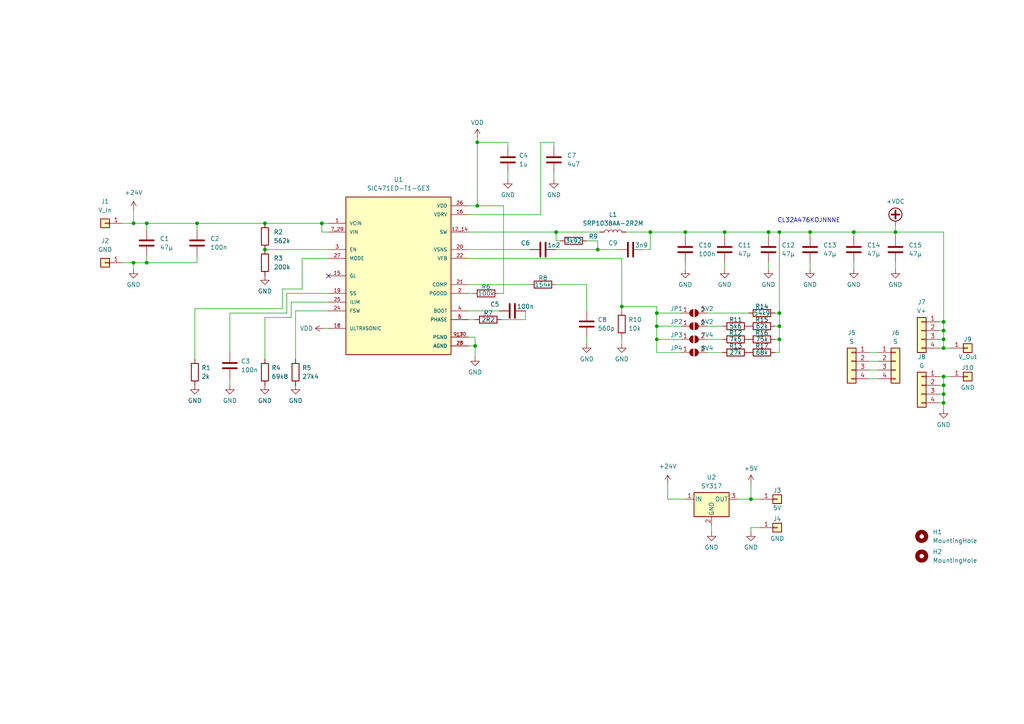
<source format=kicad_sch>
(kicad_sch (version 20230121) (generator eeschema)
  (paper "A4")
  (lib_symbols
    (symbol "Connector_Generic:Conn_01x01" (pin_names (offset 1.016) hide)
      (property "Reference" "J" (at 0 2.54 0))
      (property "Value" "Conn_01x01" (at 0 -2.54 0))
      (symbol "Conn_01x01_1_1"
        (rectangle (start -1.27 0.127) (end 0 -0.127) (stroke (width 0.1524)))
        (rectangle (start -1.27 1.27) (end 1.27 -1.27) (stroke (width 0.254)) (fill (type background)))
        (pin passive line (at -5.08 0 0) (length 3.81) (name "Pin_1") (number "1"))
      )
    )
    (symbol "Connector_Generic:Conn_01x04" (pin_names (offset 1.016) hide)
      (property "Reference" "J" (at 0 5.08 0))
      (property "Value" "Conn_01x04" (at 0 -7.62 0))
      (symbol "Conn_01x04_1_1"
        (rectangle (start -1.27 -4.953) (end 0 -5.207) (stroke (width 0.1524)))
        (rectangle (start -1.27 -2.413) (end 0 -2.667) (stroke (width 0.1524)))
        (rectangle (start -1.27 0.127) (end 0 -0.127) (stroke (width 0.1524)))
        (rectangle (start -1.27 2.667) (end 0 2.413) (stroke (width 0.1524)))
        (rectangle (start -1.27 3.81) (end 1.27 -6.35) (stroke (width 0.254)) (fill (type background)))
        (pin passive line (at -5.08 2.54 0) (length 3.81) (name "Pin_1") (number "1"))
        (pin passive line (at -5.08 0 0) (length 3.81) (name "Pin_2") (number "2"))
        (pin passive line (at -5.08 -2.54 0) (length 3.81) (name "Pin_3") (number "3"))
        (pin passive line (at -5.08 -5.08 0) (length 3.81) (name "Pin_4") (number "4"))
      )
    )
    (symbol "Device:C" (pin_numbers hide) (pin_names (offset 0.254))
      (property "Reference" "C" (at 0.635 2.54 0))
      (property "Value" "C" (at 0.635 -2.54 0))
      (symbol "C_0_1"
        (polyline (pts (xy -2.032 -0.762) (xy 2.032 -0.762)) (stroke (width 0.508)))
        (polyline (pts (xy -2.032 0.762) (xy 2.032 0.762)) (stroke (width 0.508)))
      )
      (symbol "C_1_1"
        (pin passive line (at 0 3.81 270) (length 2.794) (name "~") (number "1"))
        (pin passive line (at 0 -3.81 90) (length 2.794) (name "~") (number "2"))
      )
    )
    (symbol "Device:L" (pin_numbers hide) (pin_names (offset 1.016) hide)
      (property "Reference" "L" (at -1.27 0 90))
      (property "Value" "L" (at 1.905 0 90))
      (symbol "L_0_1"
        (arc (start 0 -2.54) (mid 0.6323 -1.905) (end 0 -1.27))
        (arc (start 0 -1.27) (mid 0.6323 -0.635) (end 0 0))
        (arc (start 0 0) (mid 0.6323 0.635) (end 0 1.27))
        (arc (start 0 1.27) (mid 0.6323 1.905) (end 0 2.54))
      )
      (symbol "L_1_1"
        (pin passive line (at 0 3.81 270) (length 1.27) (name "1") (number "1"))
        (pin passive line (at 0 -3.81 90) (length 1.27) (name "2") (number "2"))
      )
    )
    (symbol "Device:R" (pin_numbers hide) (pin_names (offset 0))
      (property "Reference" "R" (at 2.032 0 90))
      (property "Value" "R" (at 0 0 90))
      (symbol "R_0_1"
        (rectangle (start -1.016 -2.54) (end 1.016 2.54) (stroke (width 0.254)))
      )
      (symbol "R_1_1"
        (pin passive line (at 0 3.81 270) (length 1.27) (name "~") (number "1"))
        (pin passive line (at 0 -3.81 90) (length 1.27) (name "~") (number "2"))
      )
    )
    (symbol "Eigene:SIC471ED-T1-GE3" (pin_names (offset 1.016))
      (property "Reference" "U" (at -15.24 22.86 0))
      (property "Value" "SIC471ED-T1-GE3" (at -15.24 -25.4 0))
      (symbol "SIC471ED-T1-GE3_0_0"
        (rectangle (start -15.24 -22.86) (end 15.24 22.86) (stroke (width 0.254)) (fill (type background)))
        (pin input line (at -20.32 15.24 0) (length 5.08) (name "VCIN") (number "1"))
        (pin output line (at 20.32 12.7 180) (length 5.08) (name "SW") (number "12_14"))
        (pin input line (at -20.32 0 0) (length 5.08) (name "GL") (number "15"))
        (pin power_in line (at 20.32 17.78 180) (length 5.08) (name "VDRV") (number "16"))
        (pin passive line (at 20.32 -17.78 180) (length 5.08) (name "PGND") (number "17"))
        (pin input line (at -20.32 -15.24 0) (length 5.08) (name "ULTRASONIC") (number "18"))
        (pin input line (at -20.32 -5.08 0) (length 5.08) (name "SS") (number "19"))
        (pin output line (at 20.32 -5.08 180) (length 5.08) (name "PGOOD") (number "2"))
        (pin input line (at 20.32 7.62 180) (length 5.08) (name "VSNS") (number "20"))
        (pin output line (at 20.32 -2.54 180) (length 5.08) (name "COMP") (number "21"))
        (pin input line (at 20.32 5.08 180) (length 5.08) (name "VFB") (number "22"))
        (pin passive line (at 20.32 -20.32 180) (length 5.08) (name "AGND") (number "23"))
        (pin input line (at -20.32 -10.16 0) (length 5.08) (name "FSW") (number "24"))
        (pin input line (at -20.32 -7.62 0) (length 5.08) (name "ILIM") (number "25"))
        (pin power_in line (at 20.32 20.32 180) (length 5.08) (name "VDD") (number "26"))
        (pin input line (at -20.32 5.08 0) (length 5.08) (name "MODE") (number "27"))
        (pin passive line (at 20.32 -20.32 180) (length 5.08) (name "AGND") (number "28"))
        (pin input line (at -20.32 7.62 0) (length 5.08) (name "EN") (number "3"))
        (pin passive line (at 20.32 -10.16 180) (length 5.08) (name "BOOT") (number "4"))
        (pin passive line (at 20.32 -12.7 180) (length 5.08) (name "PHASE") (number "5"))
        (pin passive line (at 20.32 -12.7 180) (length 5.08) (name "PHASE") (number "6"))
        (pin input line (at -20.32 12.7 0) (length 5.08) (name "VIN") (number "7_29"))
        (pin passive line (at 20.32 -17.78 180) (length 5.08) (name "PGND") (number "9_30"))
      )
    )
    (symbol "Jumper:SolderJumper_2_Open" (pin_names (offset 0) hide)
      (property "Reference" "JP" (at 0 2.032 0))
      (property "Value" "SolderJumper_2_Open" (at 0 -2.54 0))
      (symbol "SolderJumper_2_Open_0_1"
        (arc (start -0.254 1.016) (mid -1.2656 0) (end -0.254 -1.016))
        (arc (start -0.254 1.016) (mid -1.2656 0) (end -0.254 -1.016) (fill (type outline)))
        (polyline (pts (xy -0.254 1.016) (xy -0.254 -1.016)))
        (polyline (pts (xy 0.254 1.016) (xy 0.254 -1.016)))
        (arc (start 0.254 -1.016) (mid 1.2656 0) (end 0.254 1.016))
        (arc (start 0.254 -1.016) (mid 1.2656 0) (end 0.254 1.016) (fill (type outline)))
      )
      (symbol "SolderJumper_2_Open_1_1"
        (pin passive line (at -3.81 0 0) (length 2.54) (name "A") (number "1"))
        (pin passive line (at 3.81 0 180) (length 2.54) (name "B") (number "2"))
      )
    )
    (symbol "Mechanical:MountingHole" (pin_names (offset 1.016))
      (property "Reference" "H" (at 0 5.08 0))
      (property "Value" "MountingHole" (at 0 3.175 0))
      (symbol "MountingHole_0_1"
        (circle (center 0 0) (radius 1.27) (stroke (width 1.27)))
      )
    )
    (symbol "Regulator_Linear:L7805" (pin_names (offset 0.254))
      (property "Reference" "U" (at -3.81 3.175 0))
      (property "Value" "L7805" (at 0 3.175 0))
      (symbol "L7805_0_1"
        (rectangle (start -5.08 1.905) (end 5.08 -5.08) (stroke (width 0.254)) (fill (type background)))
      )
      (symbol "L7805_1_1"
        (pin power_in line (at -7.62 0 0) (length 2.54) (name "IN") (number "1"))
        (pin power_in line (at 0 -7.62 90) (length 2.54) (name "GND") (number "2"))
        (pin power_out line (at 7.62 0 180) (length 2.54) (name "OUT") (number "3"))
      )
    )
    (symbol "power:+24V" (power) (pin_names (offset 0))
      (property "Value" "+24V" (at 0 3.556 0))
      (symbol "+24V_0_1"
        (polyline (pts (xy -0.762 1.27) (xy 0 2.54)))
        (polyline (pts (xy 0 0) (xy 0 2.54)))
        (polyline (pts (xy 0 2.54) (xy 0.762 1.27)))
      )
      (symbol "+24V_1_1"
        (pin power_in line (at 0 0 90) (length 0) hide (name "+24V") (number "1"))
      )
    )
    (symbol "power:+5V" (power) (pin_names (offset 0))
      (property "Value" "+5V" (at 0 3.556 0))
      (symbol "+5V_0_1"
        (polyline (pts (xy -0.762 1.27) (xy 0 2.54)))
        (polyline (pts (xy 0 0) (xy 0 2.54)))
        (polyline (pts (xy 0 2.54) (xy 0.762 1.27)))
      )
      (symbol "+5V_1_1"
        (pin power_in line (at 0 0 90) (length 0) hide (name "+5V") (number "1"))
      )
    )
    (symbol "power:+VDC" (power) (pin_names (offset 0))
      (property "Value" "+VDC" (at 0 6.35 0))
      (symbol "+VDC_0_1"
        (polyline (pts (xy -1.143 3.175) (xy 1.143 3.175)) (stroke (width 0.508)))
        (polyline (pts (xy 0 0) (xy 0 1.27)))
        (polyline (pts (xy 0 2.032) (xy 0 4.318)) (stroke (width 0.508)))
        (circle (center 0 3.175) (radius 1.905) (stroke (width 0.254)))
      )
      (symbol "+VDC_1_1"
        (pin power_in line (at 0 0 90) (length 0) hide (name "+VDC") (number "1"))
      )
    )
    (symbol "power:GND" (power) (pin_names (offset 0))
      (property "Value" "GND" (at 0 -3.81 0))
      (symbol "GND_0_1"
        (polyline (pts (xy 0 0) (xy 0 -1.27) (xy 1.27 -1.27) (xy 0 -2.54) (xy -1.27 -1.27) (xy 0 -1.27)))
      )
      (symbol "GND_1_1"
        (pin power_in line (at 0 0 270) (length 0) hide (name "GND") (number "1"))
      )
    )
    (symbol "power:VDD" (power) (pin_names (offset 0))
      (property "Value" "VDD" (at 0 3.81 0))
      (symbol "VDD_0_1"
        (polyline (pts (xy -0.762 1.27) (xy 0 2.54)))
        (polyline (pts (xy 0 0) (xy 0 2.54)))
        (polyline (pts (xy 0 2.54) (xy 0.762 1.27)))
      )
      (symbol "VDD_1_1"
        (pin power_in line (at 0 0 90) (length 0) hide (name "VDD") (number "1"))
      )
    )
  )
  (junction (at 38.735 76.2))
  (junction (at 226.06 94.615))
  (junction (at 273.685 114.3))
  (junction (at 259.715 67.31))
  (junction (at 42.545 64.77))
  (junction (at 38.735 64.77))
  (junction (at 180.34 88.9))
  (junction (at 190.5 90.805))
  (junction (at 210.185 67.31))
  (junction (at 217.805 144.78))
  (junction (at 273.685 109.22))
  (junction (at 222.885 67.31))
  (junction (at 226.06 90.805))
  (junction (at 226.06 67.31))
  (junction (at 273.685 111.76))
  (junction (at 190.5 98.425))
  (junction (at 234.95 67.31))
  (junction (at 198.755 67.31))
  (junction (at 188.595 67.31))
  (junction (at 247.65 67.31))
  (junction (at 273.685 98.425))
  (junction (at 76.835 64.77))
  (junction (at 273.685 100.965))
  (junction (at 76.835 72.39))
  (junction (at 226.06 98.425))
  (junction (at 57.15 64.77))
  (junction (at 138.43 59.69))
  (junction (at 273.685 93.345))
  (junction (at 190.5 94.615))
  (junction (at 173.355 72.39))
  (junction (at 138.43 41.275))
  (junction (at 93.345 64.77))
  (junction (at 273.685 116.84))
  (junction (at 137.795 100.33))
  (junction (at 42.545 76.2))
  (junction (at 273.685 95.885))
  (junction (at 161.29 67.31))
  (no_connect (at 95.25 80.01))
  (wire (pts (xy 146.05 59.69) (xy 138.43 59.69)))
  (wire (pts (xy 190.5 90.805) (xy 190.5 88.9)))
  (wire (pts (xy 162.56 69.85) (xy 161.29 69.85)))
  (wire (pts (xy 190.5 98.425) (xy 190.5 94.615)))
  (wire (pts (xy 198.755 67.31) (xy 198.755 68.58)))
  (wire (pts (xy 135.89 67.31) (xy 161.29 67.31)))
  (wire (pts (xy 66.675 90.805) (xy 66.675 102.235)))
  (wire (pts (xy 259.715 67.31) (xy 273.685 67.31)))
  (wire (pts (xy 205.105 98.425) (xy 209.55 98.425)))
  (wire (pts (xy 198.755 78.105) (xy 198.755 76.2)))
  (wire (pts (xy 193.675 144.78) (xy 198.755 144.78)))
  (wire (pts (xy 161.29 67.31) (xy 173.99 67.31)))
  (wire (pts (xy 272.415 100.965) (xy 273.685 100.965)))
  (wire (pts (xy 38.735 78.105) (xy 38.735 76.2)))
  (wire (pts (xy 272.415 116.84) (xy 273.685 116.84)))
  (wire (pts (xy 156.845 41.275) (xy 160.655 41.275)))
  (wire (pts (xy 160.655 41.275) (xy 160.655 42.545)))
  (wire (pts (xy 197.485 102.235) (xy 190.5 102.235)))
  (wire (pts (xy 226.06 98.425) (xy 226.06 102.235)))
  (wire (pts (xy 190.5 94.615) (xy 197.485 94.615)))
  (wire (pts (xy 226.06 67.31) (xy 226.06 90.805)))
  (wire (pts (xy 135.89 62.23) (xy 156.845 62.23)))
  (wire (pts (xy 259.715 67.31) (xy 259.715 68.58)))
  (wire (pts (xy 84.455 87.63) (xy 95.25 87.63)))
  (wire (pts (xy 234.95 78.105) (xy 234.95 76.2)))
  (wire (pts (xy 234.95 67.31) (xy 247.65 67.31)))
  (wire (pts (xy 170.18 99.695) (xy 170.18 97.79)))
  (wire (pts (xy 222.885 67.31) (xy 222.885 68.58)))
  (wire (pts (xy 259.715 78.105) (xy 259.715 76.2)))
  (wire (pts (xy 226.06 67.31) (xy 234.95 67.31)))
  (wire (pts (xy 95.25 74.93) (xy 87.63 74.93)))
  (wire (pts (xy 93.345 64.77) (xy 95.25 64.77)))
  (wire (pts (xy 273.685 93.345) (xy 273.685 95.885)))
  (wire (pts (xy 57.15 64.77) (xy 76.835 64.77)))
  (wire (pts (xy 252.095 107.315) (xy 254.635 107.315)))
  (wire (pts (xy 170.18 69.85) (xy 173.355 69.85)))
  (wire (pts (xy 173.355 72.39) (xy 179.07 72.39)))
  (wire (pts (xy 76.835 72.39) (xy 95.25 72.39)))
  (wire (pts (xy 190.5 102.235) (xy 190.5 98.425)))
  (wire (pts (xy 273.685 114.3) (xy 273.685 111.76)))
  (wire (pts (xy 190.5 88.9) (xy 180.34 88.9)))
  (wire (pts (xy 147.32 52.07) (xy 147.32 50.165)))
  (wire (pts (xy 190.5 90.805) (xy 197.485 90.805)))
  (wire (pts (xy 146.05 85.09) (xy 146.05 59.69)))
  (wire (pts (xy 226.06 102.235) (xy 224.79 102.235)))
  (wire (pts (xy 210.185 78.105) (xy 210.185 76.2)))
  (wire (pts (xy 76.835 92.075) (xy 76.835 104.14)))
  (wire (pts (xy 66.675 111.76) (xy 66.675 109.855)))
  (wire (pts (xy 138.43 59.69) (xy 138.43 41.275)))
  (wire (pts (xy 42.545 64.77) (xy 57.15 64.77)))
  (wire (pts (xy 190.5 94.615) (xy 190.5 90.805)))
  (wire (pts (xy 84.455 92.075) (xy 84.455 87.63)))
  (wire (pts (xy 156.845 62.23) (xy 156.845 41.275)))
  (wire (pts (xy 210.185 67.31) (xy 210.185 68.58)))
  (wire (pts (xy 247.65 67.31) (xy 247.65 68.58)))
  (wire (pts (xy 93.98 95.25) (xy 95.25 95.25)))
  (wire (pts (xy 210.185 67.31) (xy 222.885 67.31)))
  (wire (pts (xy 84.455 92.075) (xy 76.835 92.075)))
  (wire (pts (xy 138.43 41.275) (xy 147.32 41.275)))
  (wire (pts (xy 224.79 90.805) (xy 226.06 90.805)))
  (wire (pts (xy 188.595 72.39) (xy 188.595 67.31)))
  (wire (pts (xy 81.915 83.82) (xy 81.915 89.535)))
  (wire (pts (xy 144.78 85.09) (xy 146.05 85.09)))
  (wire (pts (xy 272.415 98.425) (xy 273.685 98.425)))
  (wire (pts (xy 252.095 109.855) (xy 254.635 109.855)))
  (wire (pts (xy 222.885 78.105) (xy 222.885 76.2)))
  (wire (pts (xy 226.06 94.615) (xy 226.06 98.425)))
  (wire (pts (xy 273.685 100.965) (xy 275.59 100.965)))
  (wire (pts (xy 56.515 89.535) (xy 56.515 104.14)))
  (wire (pts (xy 81.915 89.535) (xy 56.515 89.535)))
  (wire (pts (xy 205.105 90.805) (xy 217.17 90.805)))
  (wire (pts (xy 76.835 64.77) (xy 93.345 64.77)))
  (wire (pts (xy 170.18 90.17) (xy 170.18 82.55)))
  (wire (pts (xy 193.675 140.335) (xy 193.675 144.78)))
  (wire (pts (xy 217.805 153.035) (xy 217.805 154.305)))
  (wire (pts (xy 234.95 67.31) (xy 234.95 68.58)))
  (wire (pts (xy 138.43 40.005) (xy 138.43 41.275)))
  (wire (pts (xy 57.15 66.675) (xy 57.15 64.77)))
  (wire (pts (xy 35.56 64.77) (xy 38.735 64.77)))
  (wire (pts (xy 38.735 76.2) (xy 35.56 76.2)))
  (wire (pts (xy 220.345 153.035) (xy 217.805 153.035)))
  (wire (pts (xy 42.545 76.2) (xy 57.15 76.2)))
  (wire (pts (xy 273.685 109.22) (xy 272.415 109.22)))
  (wire (pts (xy 180.34 88.9) (xy 180.34 90.17)))
  (wire (pts (xy 87.63 83.82) (xy 81.915 83.82)))
  (wire (pts (xy 137.795 97.79) (xy 137.795 100.33)))
  (wire (pts (xy 247.65 78.105) (xy 247.65 76.2)))
  (wire (pts (xy 259.715 65.405) (xy 259.715 67.31)))
  (wire (pts (xy 152.4 92.71) (xy 152.4 90.17)))
  (wire (pts (xy 145.415 92.71) (xy 152.4 92.71)))
  (wire (pts (xy 205.105 94.615) (xy 209.55 94.615)))
  (wire (pts (xy 57.15 74.295) (xy 57.15 76.2)))
  (wire (pts (xy 95.25 85.09) (xy 83.185 85.09)))
  (wire (pts (xy 217.805 144.78) (xy 220.345 144.78)))
  (wire (pts (xy 135.89 59.69) (xy 138.43 59.69)))
  (wire (pts (xy 95.25 67.31) (xy 93.345 67.31)))
  (wire (pts (xy 161.29 69.85) (xy 161.29 67.31)))
  (wire (pts (xy 170.18 82.55) (xy 161.29 82.55)))
  (wire (pts (xy 273.685 67.31) (xy 273.685 93.345)))
  (wire (pts (xy 180.34 99.695) (xy 180.34 97.79)))
  (wire (pts (xy 198.755 67.31) (xy 210.185 67.31)))
  (wire (pts (xy 93.345 67.31) (xy 93.345 64.77)))
  (wire (pts (xy 173.355 72.39) (xy 161.29 72.39)))
  (wire (pts (xy 135.89 72.39) (xy 153.67 72.39)))
  (wire (pts (xy 42.545 74.295) (xy 42.545 76.2)))
  (wire (pts (xy 273.685 93.345) (xy 272.415 93.345)))
  (wire (pts (xy 85.725 104.14) (xy 85.725 90.17)))
  (wire (pts (xy 181.61 67.31) (xy 188.595 67.31)))
  (wire (pts (xy 273.685 100.965) (xy 273.685 98.425)))
  (wire (pts (xy 272.415 111.76) (xy 273.685 111.76)))
  (wire (pts (xy 273.685 118.745) (xy 273.685 116.84)))
  (wire (pts (xy 38.735 76.2) (xy 42.545 76.2)))
  (wire (pts (xy 42.545 64.77) (xy 38.735 64.77)))
  (wire (pts (xy 135.89 74.93) (xy 180.34 74.93)))
  (wire (pts (xy 42.545 64.77) (xy 42.545 66.675)))
  (wire (pts (xy 205.105 102.235) (xy 209.55 102.235)))
  (wire (pts (xy 273.685 111.76) (xy 273.685 109.22)))
  (wire (pts (xy 190.5 98.425) (xy 197.485 98.425)))
  (wire (pts (xy 173.355 69.85) (xy 173.355 72.39)))
  (wire (pts (xy 153.67 82.55) (xy 135.89 82.55)))
  (wire (pts (xy 272.415 114.3) (xy 273.685 114.3)))
  (wire (pts (xy 160.655 52.07) (xy 160.655 50.165)))
  (wire (pts (xy 137.795 97.79) (xy 135.89 97.79)))
  (wire (pts (xy 273.685 95.885) (xy 273.685 98.425)))
  (wire (pts (xy 135.89 100.33) (xy 137.795 100.33)))
  (wire (pts (xy 83.185 90.805) (xy 66.675 90.805)))
  (wire (pts (xy 83.185 85.09) (xy 83.185 90.805)))
  (wire (pts (xy 135.89 85.09) (xy 137.16 85.09)))
  (wire (pts (xy 224.79 98.425) (xy 226.06 98.425)))
  (wire (pts (xy 224.79 94.615) (xy 226.06 94.615)))
  (wire (pts (xy 85.725 90.17) (xy 95.25 90.17)))
  (wire (pts (xy 226.06 90.805) (xy 226.06 94.615)))
  (wire (pts (xy 217.805 140.335) (xy 217.805 144.78)))
  (wire (pts (xy 206.375 152.4) (xy 206.375 154.305)))
  (wire (pts (xy 135.89 92.71) (xy 137.795 92.71)))
  (wire (pts (xy 273.685 116.84) (xy 273.685 114.3)))
  (wire (pts (xy 147.32 41.275) (xy 147.32 42.545)))
  (wire (pts (xy 252.095 104.775) (xy 254.635 104.775)))
  (wire (pts (xy 137.795 100.33) (xy 137.795 103.505)))
  (wire (pts (xy 87.63 74.93) (xy 87.63 83.82)))
  (wire (pts (xy 273.685 109.22) (xy 275.59 109.22)))
  (wire (pts (xy 272.415 95.885) (xy 273.685 95.885)))
  (wire (pts (xy 38.735 60.96) (xy 38.735 64.77)))
  (wire (pts (xy 222.885 67.31) (xy 226.06 67.31)))
  (wire (pts (xy 135.89 90.17) (xy 144.78 90.17)))
  (wire (pts (xy 180.34 74.93) (xy 180.34 88.9)))
  (wire (pts (xy 188.595 67.31) (xy 198.755 67.31)))
  (wire (pts (xy 247.65 67.31) (xy 259.715 67.31)))
  (wire (pts (xy 252.095 102.235) (xy 254.635 102.235)))
  (wire (pts (xy 213.995 144.78) (xy 217.805 144.78)))
  (wire (pts (xy 186.69 72.39) (xy 188.595 72.39)))
  (text "CL32A476KOJNNNE" (at 225.425 64.77 0) (effects (font (size 1.27 1.27)) (justify left bottom)))
  (symbol (lib_id "Device:R") (at 220.98 90.805 90) (unit 1)
    (property "Reference" "R14" (at 220.98 88.9 90))
    (property "Value" "54k9" (at 220.98 90.805 90))
    (property "Footprint" "Resistor_SMD:R_0603_1608Metric" (effects hide))
  )
  (symbol (lib_id "Device:R") (at 56.515 107.95 0) (unit 1)
    (property "Reference" "R1" (at 58.42 106.68 0) (effects (justify left)))
    (property "Value" "2k" (at 58.42 109.22 0) (effects (justify left)))
    (property "Footprint" "Resistor_SMD:R_0603_1608Metric" (effects hide))
  )
  (symbol (lib_id "power:GND") (at 38.735 78.105 0) (unit 1)
    (property "Reference" "#PWR02" (effects hide))
    (property "Value" "GND" (at 38.735 82.55 0))
  )
  (symbol (lib_id "power:GND") (at 222.885 78.105 0) (unit 1)
    (property "Reference" "#PWR021" (effects hide))
    (property "Value" "GND" (at 222.885 82.55 0))
  )
  (symbol (lib_id "Device:C") (at 247.65 72.39 0) (unit 1)
    (property "Reference" "C14" (at 251.46 71.12 0) (effects (justify left)))
    (property "Value" "47µ" (at 251.46 73.66 0) (effects (justify left)))
    (property "Footprint" "Capacitor_SMD:C_1210_3225Metric" (effects hide))
  )
  (symbol (lib_id "power:GND") (at 206.375 154.305 0) (unit 1)
    (property "Reference" "#PWR017" (effects hide))
    (property "Value" "GND" (at 206.375 158.75 0))
  )
  (symbol (lib_id "Connector_Generic:Conn_01x04") (at 247.015 104.775 0) (mirror y) (unit 1)
    (property "Reference" "J5" (at 247.015 96.52 0))
    (property "Value" "S" (at 247.015 99.06 0))
    (property "Footprint" "Connector_PinHeader_2.54mm:PinHeader_1x04_P2.54mm_Vertical" (effects hide))
  )
  (symbol (lib_id "Connector_Generic:Conn_01x01") (at 30.48 76.2 180) (unit 1)
    (property "Reference" "J2" (at 30.48 69.85 0))
    (property "Value" "GND" (at 30.48 72.39 0))
    (property "Footprint" "TestPoint:TestPoint_THTPad_4.0x4.0mm_Drill2.0mm" (effects hide))
  )
  (symbol (lib_id "Jumper:SolderJumper_2_Open") (at 201.295 98.425 0) (unit 1)
    (property "Reference" "JP3" (at 196.215 97.155 0))
    (property "Value" "7V4" (at 205.105 97.155 0))
    (property "Footprint" "Jumper:SolderJumper-2_P1.3mm_Open_TrianglePad1.0x1.5mm" (effects hide))
  )
  (symbol (lib_id "power:GND") (at 170.18 99.695 0) (unit 1)
    (property "Reference" "#PWR013" (effects hide))
    (property "Value" "GND" (at 170.18 104.14 0))
  )
  (symbol (lib_id "Jumper:SolderJumper_2_Open") (at 201.295 90.805 0) (unit 1)
    (property "Reference" "JP1" (at 196.215 89.535 0))
    (property "Value" "5V2" (at 205.105 89.535 0))
    (property "Footprint" "Jumper:SolderJumper-2_P1.3mm_Open_TrianglePad1.0x1.5mm" (effects hide))
  )
  (symbol (lib_id "Device:C") (at 182.88 72.39 90) (unit 1)
    (property "Reference" "C9" (at 177.8 70.485 90))
    (property "Value" "3n9" (at 186.055 71.12 90))
    (property "Footprint" "Capacitor_SMD:C_0603_1608Metric" (effects hide))
  )
  (symbol (lib_id "Device:R") (at 141.605 92.71 90) (unit 1)
    (property "Reference" "R7" (at 141.605 90.805 90))
    (property "Value" "2R2" (at 141.605 92.71 90))
    (property "Footprint" "Resistor_SMD:R_0603_1608Metric" (effects hide))
  )
  (symbol (lib_id "Device:R") (at 76.835 68.58 0) (unit 1)
    (property "Reference" "R2" (at 79.375 67.31 0) (effects (justify left)))
    (property "Value" "562k" (at 79.375 69.85 0) (effects (justify left)))
    (property "Footprint" "Resistor_SMD:R_0603_1608Metric" (effects hide))
  )
  (symbol (lib_id "power:VDD") (at 93.98 95.25 90) (unit 1)
    (property "Reference" "#PWR08" (effects hide))
    (property "Value" "VDD" (at 90.805 95.25 90) (effects (justify left)))
  )
  (symbol (lib_id "Device:C") (at 198.755 72.39 0) (unit 1)
    (property "Reference" "C10" (at 202.565 71.12 0) (effects (justify left)))
    (property "Value" "100n" (at 202.565 73.66 0) (effects (justify left)))
    (property "Footprint" "Capacitor_SMD:C_0603_1608Metric" (effects hide))
  )
  (symbol (lib_id "Device:C") (at 42.545 70.485 0) (unit 1)
    (property "Reference" "C1" (at 46.355 69.215 0) (effects (justify left)))
    (property "Value" "47µ" (at 46.355 71.755 0) (effects (justify left)))
    (property "Footprint" "Capacitor_SMD:C_1210_3225Metric" (effects hide))
  )
  (symbol (lib_id "power:GND") (at 66.675 111.76 0) (unit 1)
    (property "Reference" "#PWR04" (effects hide))
    (property "Value" "GND" (at 66.675 116.205 0))
  )
  (symbol (lib_id "power:GND") (at 273.685 118.745 0) (unit 1)
    (property "Reference" "#PWR026" (effects hide))
    (property "Value" "GND" (at 273.685 123.19 0))
  )
  (symbol (lib_id "Device:C") (at 222.885 72.39 0) (unit 1)
    (property "Reference" "C12" (at 226.695 71.12 0) (effects (justify left)))
    (property "Value" "47µ" (at 226.695 73.66 0) (effects (justify left)))
    (property "Footprint" "Capacitor_SMD:C_1210_3225Metric" (effects hide))
  )
  (symbol (lib_id "Device:R") (at 213.36 98.425 90) (unit 1)
    (property "Reference" "R12" (at 213.36 96.52 90))
    (property "Value" "7k5" (at 213.36 98.425 90))
    (property "Footprint" "Resistor_SMD:R_0603_1608Metric" (effects hide))
  )
  (symbol (lib_id "Regulator_Linear:L7805") (at 206.375 144.78 0) (unit 1)
    (property "Reference" "U2" (at 206.375 138.43 0))
    (property "Value" "SY317" (at 206.375 140.97 0))
    (property "Footprint" "Package_TO_SOT_THT:TO-220-3_Vertical" (effects hide))
    (property "Datasheet" "http://www.st.com/content/ccc/resource/technical/document/datasheet/41/4f/b3/b0/12/d4/47/88/CD00000444.pdf/files/CD00000444.pdf/jcr:content/translations/en.CD00000444.pdf" (effects hide))
  )
  (symbol (lib_id "Eigene:SIC471ED-T1-GE3") (at 115.57 80.01 0) (unit 1)
    (property "Reference" "U1" (at 115.57 52.07 0))
    (property "Value" "SIC471ED-T1-GE3" (at 115.57 54.61 0))
    (property "Footprint" "Eigene:VREG_SIC471ED-T1-GE3" (effects hide))
    (property "MF" "Vishay Siliconix" (effects hide))
    (property "Package" "PowerPAK®-55 Vishay Siliconix" (effects hide))
    (property "Price" "None" (effects hide))
    (property "Check_prices" "https://www.snapeda.com/parts/SIC471ED-T1-GE3/Vishay+Siliconix/view-part/?ref=eda" (effects hide))
    (property "STANDARD" "Manufacturer Recommendations" (effects hide))
    (property "PARTREV" "D" (effects hide))
    (property "SnapEDA_Link" "https://www.snapeda.com/parts/SIC471ED-T1-GE3/Vishay+Siliconix/view-part/?ref=snap" (effects hide))
    (property "MP" "SIC471ED-T1-GE3" (effects hide))
    (property "Purchase-URL" "https://www.snapeda.com/api/url_track_click_mouser/?unipart_id=3226310&manufacturer=Vishay Siliconix&part_name=SIC471ED-T1-GE3&search_term=sic471" (effects hide))
    (property "Description" "\nBuck Switching Regulator IC Positive Adjustable 0.8V 1 Output 12A PowerPAK® MLP55-27\n" (effects hide))
    (property "MANUFACTURER" "Vishay" (effects hide))
    (property "Availability" "In Stock" (effects hide))
    (property "SNAPEDA_PN" "SIC471ED-T1-GE3" (effects hide))
  )
  (symbol (lib_id "Connector_Generic:Conn_01x01") (at 280.67 109.22 0) (mirror x) (unit 1)
    (property "Reference" "J10" (at 280.67 106.68 0))
    (property "Value" "GND" (at 280.67 112.395 0))
    (property "Footprint" "TestPoint:TestPoint_THTPad_4.0x4.0mm_Drill2.0mm" (effects hide))
  )
  (symbol (lib_id "Connector_Generic:Conn_01x01") (at 225.425 144.78 0) (mirror x) (unit 1)
    (property "Reference" "J3" (at 225.425 142.24 0))
    (property "Value" "5V" (at 225.425 147.32 0))
    (property "Footprint" "TestPoint:TestPoint_THTPad_2.5x2.5mm_Drill1.2mm" (effects hide))
  )
  (symbol (lib_id "Device:R") (at 220.98 102.235 90) (unit 1)
    (property "Reference" "R17" (at 220.98 100.33 90))
    (property "Value" "68k" (at 220.98 102.235 90))
    (property "Footprint" "Resistor_SMD:R_0603_1608Metric" (effects hide))
  )
  (symbol (lib_id "Connector_Generic:Conn_01x04") (at 267.335 95.885 0) (mirror y) (unit 1)
    (property "Reference" "J7" (at 267.335 87.63 0))
    (property "Value" "V+" (at 267.335 90.17 0))
    (property "Footprint" "Connector_PinHeader_2.54mm:PinHeader_1x04_P2.54mm_Vertical" (effects hide))
  )
  (symbol (lib_id "power:GND") (at 76.835 111.76 0) (unit 1)
    (property "Reference" "#PWR06" (effects hide))
    (property "Value" "GND" (at 76.835 116.205 0))
  )
  (symbol (lib_id "power:GND") (at 180.34 99.695 0) (unit 1)
    (property "Reference" "#PWR014" (effects hide))
    (property "Value" "GND" (at 180.34 104.14 0))
  )
  (symbol (lib_id "power:+VDC") (at 259.715 65.405 0) (unit 1)
    (property "Reference" "#PWR024" (effects hide))
    (property "Value" "+VDC" (at 259.715 58.42 0))
  )
  (symbol (lib_id "Mechanical:MountingHole") (at 267.335 161.29 0) (unit 1)
    (property "Reference" "H2" (at 270.51 160.02 0) (effects (justify left)))
    (property "Value" "MountingHole" (at 270.51 162.56 0) (effects (justify left)))
    (property "Footprint" "MountingHole:MountingHole_3.2mm_M3_DIN965" (effects hide))
  )
  (symbol (lib_id "Connector_Generic:Conn_01x01") (at 30.48 64.77 180) (unit 1)
    (property "Reference" "J1" (at 30.48 58.42 0))
    (property "Value" "V_In" (at 30.48 60.96 0))
    (property "Footprint" "TestPoint:TestPoint_THTPad_4.0x4.0mm_Drill2.0mm" (effects hide))
  )
  (symbol (lib_id "power:GND") (at 217.805 154.305 0) (unit 1)
    (property "Reference" "#PWR020" (effects hide))
    (property "Value" "GND" (at 217.805 158.75 0))
  )
  (symbol (lib_id "Device:C") (at 234.95 72.39 0) (unit 1)
    (property "Reference" "C13" (at 238.76 71.12 0) (effects (justify left)))
    (property "Value" "47µ" (at 238.76 73.66 0) (effects (justify left)))
    (property "Footprint" "Capacitor_SMD:C_1210_3225Metric" (effects hide))
  )
  (symbol (lib_id "Device:R") (at 213.36 94.615 90) (unit 1)
    (property "Reference" "R11" (at 213.36 92.71 90))
    (property "Value" "5k6" (at 213.36 94.615 90))
    (property "Footprint" "Resistor_SMD:R_0603_1608Metric" (effects hide))
  )
  (symbol (lib_id "Device:C") (at 66.675 106.045 0) (unit 1)
    (property "Reference" "C3" (at 69.85 104.775 0) (effects (justify left)))
    (property "Value" "100n" (at 69.85 107.315 0) (effects (justify left)))
    (property "Footprint" "Capacitor_SMD:C_0603_1608Metric" (effects hide))
  )
  (symbol (lib_id "power:GND") (at 76.835 80.01 0) (unit 1)
    (property "Reference" "#PWR05" (effects hide))
    (property "Value" "GND" (at 76.835 84.455 0))
  )
  (symbol (lib_id "power:GND") (at 147.32 52.07 0) (unit 1)
    (property "Reference" "#PWR011" (effects hide))
    (property "Value" "GND" (at 147.32 56.515 0))
  )
  (symbol (lib_id "Connector_Generic:Conn_01x01") (at 280.67 100.965 0) (mirror x) (unit 1)
    (property "Reference" "J9" (at 280.67 98.425 0))
    (property "Value" "V_Out" (at 280.67 103.505 0))
    (property "Footprint" "TestPoint:TestPoint_THTPad_4.0x4.0mm_Drill2.0mm" (effects hide))
  )
  (symbol (lib_id "Connector_Generic:Conn_01x04") (at 259.715 104.775 0) (unit 1)
    (property "Reference" "J6" (at 259.715 96.52 0))
    (property "Value" "S" (at 259.715 99.06 0))
    (property "Footprint" "Connector_PinHeader_2.54mm:PinHeader_1x04_P2.54mm_Vertical" (effects hide))
  )
  (symbol (lib_id "power:GND") (at 210.185 78.105 0) (unit 1)
    (property "Reference" "#PWR018" (effects hide))
    (property "Value" "GND" (at 210.185 82.55 0))
  )
  (symbol (lib_id "Jumper:SolderJumper_2_Open") (at 201.295 94.615 0) (unit 1)
    (property "Reference" "JP2" (at 196.215 93.345 0))
    (property "Value" "6V2" (at 205.105 93.345 0))
    (property "Footprint" "Jumper:SolderJumper-2_P1.3mm_Open_TrianglePad1.0x1.5mm" (effects hide))
  )
  (symbol (lib_id "Device:C") (at 157.48 72.39 90) (unit 1)
    (property "Reference" "C6" (at 152.4 70.485 90))
    (property "Value" "1n2" (at 160.655 71.12 90))
    (property "Footprint" "Capacitor_SMD:C_0603_1608Metric" (effects hide))
  )
  (symbol (lib_id "power:+24V") (at 38.735 60.96 0) (unit 1)
    (property "Reference" "#PWR01" (effects hide))
    (property "Value" "+24V" (at 38.735 55.88 0))
  )
  (symbol (lib_id "Mechanical:MountingHole") (at 267.335 155.575 0) (unit 1)
    (property "Reference" "H1" (at 270.51 154.305 0) (effects (justify left)))
    (property "Value" "MountingHole" (at 270.51 156.845 0) (effects (justify left)))
    (property "Footprint" "MountingHole:MountingHole_3.2mm_M3_DIN965" (effects hide))
  )
  (symbol (lib_id "power:GND") (at 259.715 78.105 0) (unit 1)
    (property "Reference" "#PWR025" (effects hide))
    (property "Value" "GND" (at 259.715 82.55 0))
  )
  (symbol (lib_id "power:GND") (at 137.795 103.505 0) (unit 1)
    (property "Reference" "#PWR09" (effects hide))
    (property "Value" "GND" (at 137.795 107.95 0))
  )
  (symbol (lib_id "Device:C") (at 57.15 70.485 0) (unit 1)
    (property "Reference" "C2" (at 60.96 69.215 0) (effects (justify left)))
    (property "Value" "100n" (at 60.96 71.755 0) (effects (justify left)))
    (property "Footprint" "Capacitor_SMD:C_0603_1608Metric" (effects hide))
  )
  (symbol (lib_id "power:+5V") (at 217.805 140.335 0) (unit 1)
    (property "Reference" "#PWR019" (effects hide))
    (property "Value" "+5V" (at 217.805 135.89 0))
  )
  (symbol (lib_id "Device:R") (at 166.37 69.85 90) (unit 1)
    (property "Reference" "R9" (at 172.085 68.58 90))
    (property "Value" "3k92" (at 166.37 69.85 90))
    (property "Footprint" "Resistor_SMD:R_0603_1608Metric" (effects hide))
  )
  (symbol (lib_id "power:GND") (at 160.655 52.07 0) (unit 1)
    (property "Reference" "#PWR012" (effects hide))
    (property "Value" "GND" (at 160.655 56.515 0))
  )
  (symbol (lib_id "power:+24V") (at 193.675 140.335 0) (unit 1)
    (property "Reference" "#PWR015" (effects hide))
    (property "Value" "+24V" (at 193.675 135.255 0))
  )
  (symbol (lib_id "Device:R") (at 76.835 107.95 0) (unit 1)
    (property "Reference" "R4" (at 78.74 106.68 0) (effects (justify left)))
    (property "Value" "69k8" (at 78.74 109.22 0) (effects (justify left)))
    (property "Footprint" "Resistor_SMD:R_0603_1608Metric" (effects hide))
  )
  (symbol (lib_id "Device:C") (at 148.59 90.17 90) (unit 1)
    (property "Reference" "C5" (at 143.51 88.265 90))
    (property "Value" "100n" (at 152.4 88.9 90))
    (property "Footprint" "Capacitor_SMD:C_0603_1608Metric" (effects hide))
  )
  (symbol (lib_id "power:GND") (at 56.515 111.76 0) (unit 1)
    (property "Reference" "#PWR03" (effects hide))
    (property "Value" "GND" (at 56.515 116.205 0))
  )
  (symbol (lib_id "Device:R") (at 213.36 102.235 90) (unit 1)
    (property "Reference" "R13" (at 213.36 100.33 90))
    (property "Value" "27k" (at 213.36 102.235 90))
    (property "Footprint" "Resistor_SMD:R_0603_1608Metric" (effects hide))
  )
  (symbol (lib_id "Device:R") (at 180.34 93.98 0) (unit 1)
    (property "Reference" "R10" (at 182.245 92.71 0) (effects (justify left)))
    (property "Value" "10k" (at 182.245 95.25 0) (effects (justify left)))
    (property "Footprint" "Resistor_SMD:R_0603_1608Metric" (effects hide))
  )
  (symbol (lib_id "Connector_Generic:Conn_01x04") (at 267.335 111.76 0) (mirror y) (unit 1)
    (property "Reference" "J8" (at 267.335 103.505 0))
    (property "Value" "G" (at 267.335 106.045 0))
    (property "Footprint" "Connector_PinHeader_2.54mm:PinHeader_1x04_P2.54mm_Vertical" (effects hide))
  )
  (symbol (lib_id "Device:C") (at 170.18 93.98 0) (unit 1)
    (property "Reference" "C8" (at 173.355 92.71 0) (effects (justify left)))
    (property "Value" "560p" (at 173.355 95.25 0) (effects (justify left)))
    (property "Footprint" "Capacitor_SMD:C_0603_1608Metric" (effects hide))
  )
  (symbol (lib_id "Jumper:SolderJumper_2_Open") (at 201.295 102.235 0) (unit 1)
    (property "Reference" "JP4" (at 196.215 100.965 0))
    (property "Value" "8V4" (at 205.105 100.965 0))
    (property "Footprint" "Jumper:SolderJumper-2_P1.3mm_Open_TrianglePad1.0x1.5mm" (effects hide))
  )
  (symbol (lib_id "Connector_Generic:Conn_01x01") (at 225.425 153.035 0) (mirror x) (unit 1)
    (property "Reference" "J4" (at 225.425 150.495 0))
    (property "Value" "GND" (at 225.425 156.21 0))
    (property "Footprint" "TestPoint:TestPoint_THTPad_2.5x2.5mm_Drill1.2mm" (effects hide))
  )
  (symbol (lib_id "Device:R") (at 220.98 98.425 90) (unit 1)
    (property "Reference" "R16" (at 220.98 96.52 90))
    (property "Value" "75k" (at 220.98 98.425 90))
    (property "Footprint" "Resistor_SMD:R_0603_1608Metric" (effects hide))
  )
  (symbol (lib_id "Device:R") (at 220.98 94.615 90) (unit 1)
    (property "Reference" "R15" (at 220.98 92.71 90))
    (property "Value" "62k" (at 220.98 94.615 90))
    (property "Footprint" "Resistor_SMD:R_0603_1608Metric" (effects hide))
  )
  (symbol (lib_id "power:GND") (at 247.65 78.105 0) (unit 1)
    (property "Reference" "#PWR023" (effects hide))
    (property "Value" "GND" (at 247.65 82.55 0))
  )
  (symbol (lib_id "Device:R") (at 85.725 107.95 0) (unit 1)
    (property "Reference" "R5" (at 87.63 106.68 0) (effects (justify left)))
    (property "Value" "27k4" (at 87.63 109.22 0) (effects (justify left)))
    (property "Footprint" "Resistor_SMD:R_0603_1608Metric" (effects hide))
  )
  (symbol (lib_id "Device:R") (at 76.835 76.2 0) (unit 1)
    (property "Reference" "R3" (at 79.375 74.93 0) (effects (justify left)))
    (property "Value" "200k" (at 79.375 77.47 0) (effects (justify left)))
    (property "Footprint" "Resistor_SMD:R_0603_1608Metric" (effects hide))
  )
  (symbol (lib_id "Device:C") (at 160.655 46.355 0) (unit 1)
    (property "Reference" "C7" (at 164.465 45.085 0) (effects (justify left)))
    (property "Value" "4u7" (at 164.465 47.625 0) (effects (justify left)))
    (property "Footprint" "Capacitor_SMD:C_0603_1608Metric" (effects hide))
  )
  (symbol (lib_id "power:VDD") (at 138.43 40.005 0) (unit 1)
    (property "Reference" "#PWR010" (effects hide))
    (property "Value" "VDD" (at 138.43 35.56 0))
  )
  (symbol (lib_id "Device:C") (at 259.715 72.39 0) (unit 1)
    (property "Reference" "C15" (at 263.525 71.12 0) (effects (justify left)))
    (property "Value" "47µ" (at 263.525 73.66 0) (effects (justify left)))
    (property "Footprint" "Capacitor_SMD:C_1210_3225Metric" (effects hide))
  )
  (symbol (lib_id "power:GND") (at 234.95 78.105 0) (unit 1)
    (property "Reference" "#PWR022" (effects hide))
    (property "Value" "GND" (at 234.95 82.55 0))
  )
  (symbol (lib_id "power:GND") (at 85.725 111.76 0) (unit 1)
    (property "Reference" "#PWR07" (effects hide))
    (property "Value" "GND" (at 85.725 116.205 0))
  )
  (symbol (lib_id "Device:C") (at 210.185 72.39 0) (unit 1)
    (property "Reference" "C11" (at 213.995 71.12 0) (effects (justify left)))
    (property "Value" "47µ" (at 213.995 73.66 0) (effects (justify left)))
    (property "Footprint" "Capacitor_SMD:C_1210_3225Metric" (effects hide))
  )
  (symbol (lib_id "Device:L") (at 177.8 67.31 90) (unit 1)
    (property "Reference" "L1" (at 177.8 62.23 90))
    (property "Value" "SRP1038AA-2R2M\n" (at 177.8 64.77 90))
    (property "Footprint" "Inductor_SMD:L_Bourns_SRP1038C_10.0x10.0mm" (effects hide))
  )
  (symbol (lib_id "Device:R") (at 140.97 85.09 90) (unit 1)
    (property "Reference" "R6" (at 140.97 83.185 90))
    (property "Value" "100k" (at 140.97 85.09 90))
    (property "Footprint" "Resistor_SMD:R_0603_1608Metric" (effects hide))
  )
  (symbol (lib_id "power:GND") (at 198.755 78.105 0) (unit 1)
    (property "Reference" "#PWR016" (effects hide))
    (property "Value" "GND" (at 198.755 82.55 0))
  )
  (symbol (lib_id "Device:R") (at 157.48 82.55 90) (unit 1)
    (property "Reference" "R8" (at 157.48 80.645 90))
    (property "Value" "154k" (at 157.48 82.55 90))
    (property "Footprint" "Resistor_SMD:R_0603_1608Metric" (effects hide))
  )
  (symbol (lib_id "Device:C") (at 147.32 46.355 0) (unit 1)
    (property "Reference" "C4" (at 150.495 45.085 0) (effects (justify left)))
    (property "Value" "1u" (at 150.495 47.625 0) (effects (justify left)))
    (property "Footprint" "Capacitor_SMD:C_0603_1608Metric" (effects hide))
  )
)
</source>
